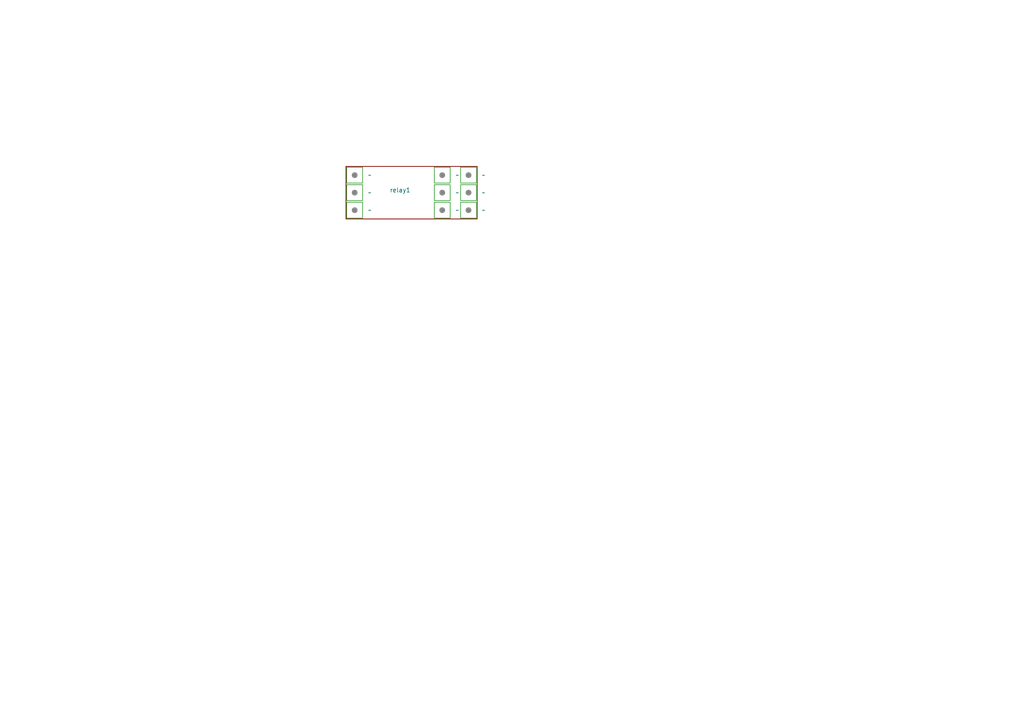
<source format=kicad_sch>
(kicad_sch (version 20231120) (generator "eeschema") (generator_version "8.0")
  (paper "A4")
  (lib_symbols
    (symbol "custom_kicad_lib_sk:screwterminal" (pin_numbers hide) (pin_names (offset 0) hide) (in_bom no) (on_board no)
      (symbol "screwterminal_1_1"
        (rectangle (start -2.3 2.3) (end 2.3 -2.3) (stroke (width 0) (color 0 132 0 1)))
        (circle (center 0 0) (radius 0.762) (stroke (width 0) (color 137 143 138 1)) (fill (type color) (color 132 132 132 1)))
      )
    )
  )
  (symbol (lib_id "custom_kicad_lib_sk:screwterminal") (at 135.89 50.8 0) (unit 1) (in_bom no) (on_board no)
    (property "Reference" "u25" (effects (hide yes)))
    (property "Value" "~" (at 139.7 50.8 0) (effects (justify left)))
  )
  (symbol (lib_id "custom_kicad_lib_sk:screwterminal") (at 102.87 60.96 0) (unit 1) (in_bom no) (on_board no)
    (property "Reference" "u3" (effects (hide yes)))
    (property "Value" "~" (at 106.68 60.96 0) (effects (justify left)))
  )
  (symbol (lib_id "custom_kicad_lib_sk:screwterminal") (at 128.27 50.8 0) (unit 1) (in_bom no) (on_board no)
    (property "Reference" "u13" (effects (hide yes)))
    (property "Value" "~" (at 132.08 50.8 0) (effects (justify left)))
  )
  (symbol (lib_id "custom_kicad_lib_sk:screwterminal") (at 128.27 55.88 0) (unit 1) (in_bom no) (on_board no)
    (property "Reference" "u14" (effects (hide yes)))
    (property "Value" "~" (at 132.08 55.88 0) (effects (justify left)))
  )
  (symbol (lib_id "custom_kicad_lib_sk:screwterminal") (at 102.87 55.88 0) (unit 1) (in_bom no) (on_board no)
    (property "Reference" "u2" (effects (hide yes)))
    (property "Value" "~" (at 106.68 55.88 0) (effects (justify left)))
  )
  (symbol (lib_id "custom_kicad_lib_sk:screwterminal") (at 128.27 60.96 0) (unit 1) (in_bom no) (on_board no)
    (property "Reference" "u15" (effects (hide yes)))
    (property "Value" "~" (at 132.08 60.96 0) (effects (justify left)))
  )
  (symbol (lib_id "custom_kicad_lib_sk:screwterminal") (at 135.89 60.96 0) (unit 1) (in_bom no) (on_board no)
    (property "Reference" "u27" (effects (hide yes)))
    (property "Value" "~" (at 139.7 60.96 0) (effects (justify left)))
  )
  (symbol (lib_id "custom_kicad_lib_sk:screwterminal") (at 135.89 55.88 0) (unit 1) (in_bom no) (on_board no)
    (property "Reference" "u26" (effects (hide yes)))
    (property "Value" "~" (at 139.7 55.88 0) (effects (justify left)))
  )
  (symbol (lib_id "custom_kicad_lib_sk:screwterminal") (at 102.87 50.8 0) (unit 1) (in_bom no) (on_board no)
    (property "Reference" "u1" (effects (hide yes)))
    (property "Value" "~" (at 106.68 50.8 0) (effects (justify left)))
  )
  (sheet (at 100.33 48.26) (size 38.1 15.24) (stroke (width 0.1524))
    (property "Sheetname" "relay1" (at 113.03 55.88 0) (effects (justify left bottom)))
    (property "Sheetfile" "relay.kicad_sch" (effects (hide yes)))
  )
)
</source>
